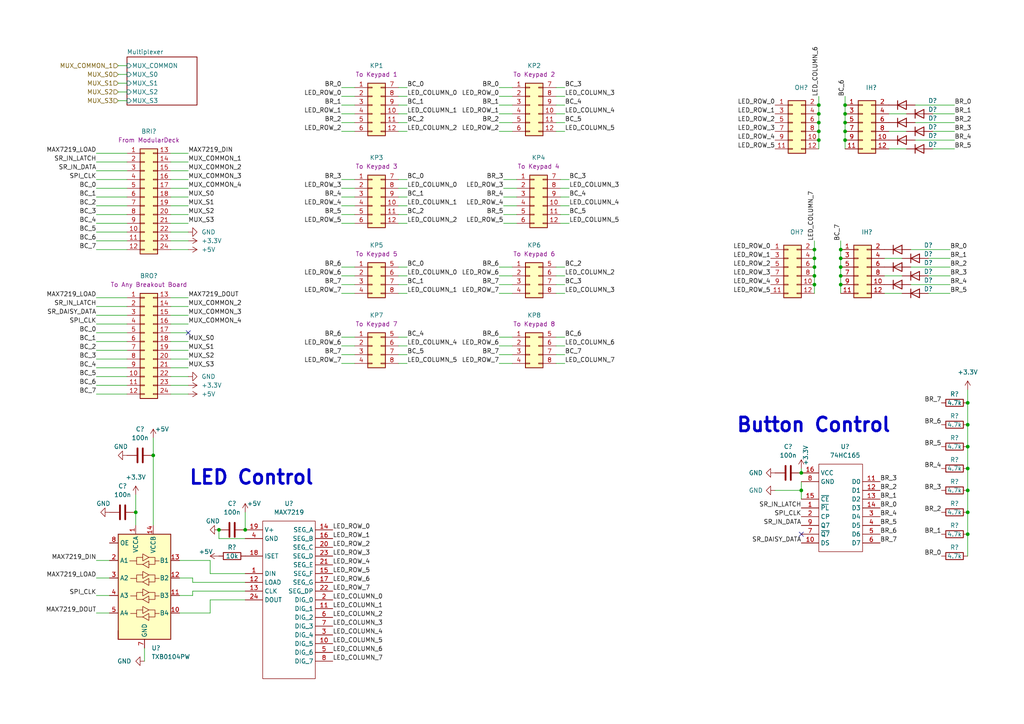
<source format=kicad_sch>
(kicad_sch (version 20211123) (generator eeschema)
  (paper "A4")
  (lib_symbols
    (symbol "Connector_Generic:Conn_02x04_Top_Bottom" (pin_names (offset 1.016) hide)
      (property "Reference" "J" (at 1.27 5.08 0))
      (property "Value" "Conn_02x04_Top_Bottom" (at 1.27 -7.62 0))
      (symbol "Conn_02x04_Top_Bottom_1_1"
        (rectangle (start -1.27 -4.953) (end 0 -5.207) (stroke (width 0.1524)))
        (rectangle (start -1.27 -2.413) (end 0 -2.667) (stroke (width 0.1524)))
        (rectangle (start -1.27 0.127) (end 0 -0.127) (stroke (width 0.1524)))
        (rectangle (start -1.27 2.667) (end 0 2.413) (stroke (width 0.1524)))
        (rectangle (start -1.27 3.81) (end 3.81 -6.35) (stroke (width 0.254)) (fill (type background)))
        (rectangle (start 3.81 -4.953) (end 2.54 -5.207) (stroke (width 0.1524)))
        (rectangle (start 3.81 -2.413) (end 2.54 -2.667) (stroke (width 0.1524)))
        (rectangle (start 3.81 0.127) (end 2.54 -0.127) (stroke (width 0.1524)))
        (rectangle (start 3.81 2.667) (end 2.54 2.413) (stroke (width 0.1524)))
        (pin passive line (at -5.08 2.54 0) (length 3.81) (name "Pin_1") (number "1"))
        (pin passive line (at -5.08 0 0) (length 3.81) (name "Pin_2") (number "2"))
        (pin passive line (at -5.08 -2.54 0) (length 3.81) (name "Pin_3") (number "3"))
        (pin passive line (at -5.08 -5.08 0) (length 3.81) (name "Pin_4") (number "4"))
        (pin passive line (at 7.62 2.54 180) (length 3.81) (name "Pin_5") (number "5"))
        (pin passive line (at 7.62 0 180) (length 3.81) (name "Pin_6") (number "6"))
        (pin passive line (at 7.62 -2.54 180) (length 3.81) (name "Pin_7") (number "7"))
        (pin passive line (at 7.62 -5.08 180) (length 3.81) (name "Pin_8") (number "8"))
      )
    )
    (symbol "Connector_Generic:Conn_02x06_Odd_Even" (pin_names (offset 1.016) hide)
      (property "Reference" "J" (at 1.27 7.62 0))
      (property "Value" "Conn_02x06_Odd_Even" (at 1.27 -10.16 0))
      (symbol "Conn_02x06_Odd_Even_1_1"
        (rectangle (start -1.27 -7.493) (end 0 -7.747) (stroke (width 0.1524)))
        (rectangle (start -1.27 -4.953) (end 0 -5.207) (stroke (width 0.1524)))
        (rectangle (start -1.27 -2.413) (end 0 -2.667) (stroke (width 0.1524)))
        (rectangle (start -1.27 0.127) (end 0 -0.127) (stroke (width 0.1524)))
        (rectangle (start -1.27 2.667) (end 0 2.413) (stroke (width 0.1524)))
        (rectangle (start -1.27 5.207) (end 0 4.953) (stroke (width 0.1524)))
        (rectangle (start -1.27 6.35) (end 3.81 -8.89) (stroke (width 0.254)) (fill (type background)))
        (rectangle (start 3.81 -7.493) (end 2.54 -7.747) (stroke (width 0.1524)))
        (rectangle (start 3.81 -4.953) (end 2.54 -5.207) (stroke (width 0.1524)))
        (rectangle (start 3.81 -2.413) (end 2.54 -2.667) (stroke (width 0.1524)))
        (rectangle (start 3.81 0.127) (end 2.54 -0.127) (stroke (width 0.1524)))
        (rectangle (start 3.81 2.667) (end 2.54 2.413) (stroke (width 0.1524)))
        (rectangle (start 3.81 5.207) (end 2.54 4.953) (stroke (width 0.1524)))
        (pin passive line (at -5.08 5.08 0) (length 3.81) (name "Pin_1") (number "1"))
        (pin passive line (at 7.62 -5.08 180) (length 3.81) (name "Pin_10") (number "10"))
        (pin passive line (at -5.08 -7.62 0) (length 3.81) (name "Pin_11") (number "11"))
        (pin passive line (at 7.62 -7.62 180) (length 3.81) (name "Pin_12") (number "12"))
        (pin passive line (at 7.62 5.08 180) (length 3.81) (name "Pin_2") (number "2"))
        (pin passive line (at -5.08 2.54 0) (length 3.81) (name "Pin_3") (number "3"))
        (pin passive line (at 7.62 2.54 180) (length 3.81) (name "Pin_4") (number "4"))
        (pin passive line (at -5.08 0 0) (length 3.81) (name "Pin_5") (number "5"))
        (pin passive line (at 7.62 0 180) (length 3.81) (name "Pin_6") (number "6"))
        (pin passive line (at -5.08 -2.54 0) (length 3.81) (name "Pin_7") (number "7"))
        (pin passive line (at 7.62 -2.54 180) (length 3.81) (name "Pin_8") (number "8"))
        (pin passive line (at -5.08 -5.08 0) (length 3.81) (name "Pin_9") (number "9"))
      )
    )
    (symbol "Connector_Generic:Conn_02x06_Top_Bottom" (pin_names (offset 1.016) hide)
      (property "Reference" "J" (at 1.27 7.62 0))
      (property "Value" "Conn_02x06_Top_Bottom" (at 1.27 -10.16 0))
      (symbol "Conn_02x06_Top_Bottom_1_1"
        (rectangle (start -1.27 -7.493) (end 0 -7.747) (stroke (width 0.1524)))
        (rectangle (start -1.27 -4.953) (end 0 -5.207) (stroke (width 0.1524)))
        (rectangle (start -1.27 -2.413) (end 0 -2.667) (stroke (width 0.1524)))
        (rectangle (start -1.27 0.127) (end 0 -0.127) (stroke (width 0.1524)))
        (rectangle (start -1.27 2.667) (end 0 2.413) (stroke (width 0.1524)))
        (rectangle (start -1.27 5.207) (end 0 4.953) (stroke (width 0.1524)))
        (rectangle (start -1.27 6.35) (end 3.81 -8.89) (stroke (width 0.254)) (fill (type background)))
        (rectangle (start 3.81 -7.493) (end 2.54 -7.747) (stroke (width 0.1524)))
        (rectangle (start 3.81 -4.953) (end 2.54 -5.207) (stroke (width 0.1524)))
        (rectangle (start 3.81 -2.413) (end 2.54 -2.667) (stroke (width 0.1524)))
        (rectangle (start 3.81 0.127) (end 2.54 -0.127) (stroke (width 0.1524)))
        (rectangle (start 3.81 2.667) (end 2.54 2.413) (stroke (width 0.1524)))
        (rectangle (start 3.81 5.207) (end 2.54 4.953) (stroke (width 0.1524)))
        (pin passive line (at -5.08 5.08 0) (length 3.81) (name "Pin_1") (number "1"))
        (pin passive line (at 7.62 -2.54 180) (length 3.81) (name "Pin_10") (number "10"))
        (pin passive line (at 7.62 -5.08 180) (length 3.81) (name "Pin_11") (number "11"))
        (pin passive line (at 7.62 -7.62 180) (length 3.81) (name "Pin_12") (number "12"))
        (pin passive line (at -5.08 2.54 0) (length 3.81) (name "Pin_2") (number "2"))
        (pin passive line (at -5.08 0 0) (length 3.81) (name "Pin_3") (number "3"))
        (pin passive line (at -5.08 -2.54 0) (length 3.81) (name "Pin_4") (number "4"))
        (pin passive line (at -5.08 -5.08 0) (length 3.81) (name "Pin_5") (number "5"))
        (pin passive line (at -5.08 -7.62 0) (length 3.81) (name "Pin_6") (number "6"))
        (pin passive line (at 7.62 5.08 180) (length 3.81) (name "Pin_7") (number "7"))
        (pin passive line (at 7.62 2.54 180) (length 3.81) (name "Pin_8") (number "8"))
        (pin passive line (at 7.62 0 180) (length 3.81) (name "Pin_9") (number "9"))
      )
    )
    (symbol "Connector_Generic:Conn_02x12_Top_Bottom" (pin_names (offset 1.016) hide)
      (property "Reference" "J" (at 1.27 15.24 0))
      (property "Value" "Conn_02x12_Top_Bottom" (at 1.27 -17.78 0))
      (symbol "Conn_02x12_Top_Bottom_1_1"
        (rectangle (start -1.27 -15.113) (end 0 -15.367) (stroke (width 0.1524)))
        (rectangle (start -1.27 -12.573) (end 0 -12.827) (stroke (width 0.1524)))
        (rectangle (start -1.27 -10.033) (end 0 -10.287) (stroke (width 0.1524)))
        (rectangle (start -1.27 -7.493) (end 0 -7.747) (stroke (width 0.1524)))
        (rectangle (start -1.27 -4.953) (end 0 -5.207) (stroke (width 0.1524)))
        (rectangle (start -1.27 -2.413) (end 0 -2.667) (stroke (width 0.1524)))
        (rectangle (start -1.27 0.127) (end 0 -0.127) (stroke (width 0.1524)))
        (rectangle (start -1.27 2.667) (end 0 2.413) (stroke (width 0.1524)))
        (rectangle (start -1.27 5.207) (end 0 4.953) (stroke (width 0.1524)))
        (rectangle (start -1.27 7.747) (end 0 7.493) (stroke (width 0.1524)))
        (rectangle (start -1.27 10.287) (end 0 10.033) (stroke (width 0.1524)))
        (rectangle (start -1.27 12.827) (end 0 12.573) (stroke (width 0.1524)))
        (rectangle (start -1.27 13.97) (end 3.81 -16.51) (stroke (width 0.254)) (fill (type background)))
        (rectangle (start 3.81 -15.113) (end 2.54 -15.367) (stroke (width 0.1524)))
        (rectangle (start 3.81 -12.573) (end 2.54 -12.827) (stroke (width 0.1524)))
        (rectangle (start 3.81 -10.033) (end 2.54 -10.287) (stroke (width 0.1524)))
        (rectangle (start 3.81 -7.493) (end 2.54 -7.747) (stroke (width 0.1524)))
        (rectangle (start 3.81 -4.953) (end 2.54 -5.207) (stroke (width 0.1524)))
        (rectangle (start 3.81 -2.413) (end 2.54 -2.667) (stroke (width 0.1524)))
        (rectangle (start 3.81 0.127) (end 2.54 -0.127) (stroke (width 0.1524)))
        (rectangle (start 3.81 2.667) (end 2.54 2.413) (stroke (width 0.1524)))
        (rectangle (start 3.81 5.207) (end 2.54 4.953) (stroke (width 0.1524)))
        (rectangle (start 3.81 7.747) (end 2.54 7.493) (stroke (width 0.1524)))
        (rectangle (start 3.81 10.287) (end 2.54 10.033) (stroke (width 0.1524)))
        (rectangle (start 3.81 12.827) (end 2.54 12.573) (stroke (width 0.1524)))
        (pin passive line (at -5.08 12.7 0) (length 3.81) (name "Pin_1") (number "1"))
        (pin passive line (at -5.08 -10.16 0) (length 3.81) (name "Pin_10") (number "10"))
        (pin passive line (at -5.08 -12.7 0) (length 3.81) (name "Pin_11") (number "11"))
        (pin passive line (at -5.08 -15.24 0) (length 3.81) (name "Pin_12") (number "12"))
        (pin passive line (at 7.62 12.7 180) (length 3.81) (name "Pin_13") (number "13"))
        (pin passive line (at 7.62 10.16 180) (length 3.81) (name "Pin_14") (number "14"))
        (pin passive line (at 7.62 7.62 180) (length 3.81) (name "Pin_15") (number "15"))
        (pin passive line (at 7.62 5.08 180) (length 3.81) (name "Pin_16") (number "16"))
        (pin passive line (at 7.62 2.54 180) (length 3.81) (name "Pin_17") (number "17"))
        (pin passive line (at 7.62 0 180) (length 3.81) (name "Pin_18") (number "18"))
        (pin passive line (at 7.62 -2.54 180) (length 3.81) (name "Pin_19") (number "19"))
        (pin passive line (at -5.08 10.16 0) (length 3.81) (name "Pin_2") (number "2"))
        (pin passive line (at 7.62 -5.08 180) (length 3.81) (name "Pin_20") (number "20"))
        (pin passive line (at 7.62 -7.62 180) (length 3.81) (name "Pin_21") (number "21"))
        (pin passive line (at 7.62 -10.16 180) (length 3.81) (name "Pin_22") (number "22"))
        (pin passive line (at 7.62 -12.7 180) (length 3.81) (name "Pin_23") (number "23"))
        (pin passive line (at 7.62 -15.24 180) (length 3.81) (name "Pin_24") (number "24"))
        (pin passive line (at -5.08 7.62 0) (length 3.81) (name "Pin_3") (number "3"))
        (pin passive line (at -5.08 5.08 0) (length 3.81) (name "Pin_4") (number "4"))
        (pin passive line (at -5.08 2.54 0) (length 3.81) (name "Pin_5") (number "5"))
        (pin passive line (at -5.08 0 0) (length 3.81) (name "Pin_6") (number "6"))
        (pin passive line (at -5.08 -2.54 0) (length 3.81) (name "Pin_7") (number "7"))
        (pin passive line (at -5.08 -5.08 0) (length 3.81) (name "Pin_8") (number "8"))
        (pin passive line (at -5.08 -7.62 0) (length 3.81) (name "Pin_9") (number "9"))
      )
    )
    (symbol "Device:C" (pin_numbers hide) (pin_names (offset 0.254))
      (property "Reference" "C" (at 0.635 2.54 0))
      (property "Value" "C" (at 0.635 -2.54 0))
      (symbol "C_0_1"
        (polyline (pts (xy -2.032 -0.762) (xy 2.032 -0.762)) (stroke (width 0.508)))
        (polyline (pts (xy -2.032 0.762) (xy 2.032 0.762)) (stroke (width 0.508)))
      )
      (symbol "C_1_1"
        (pin passive line (at 0 3.81 270) (length 2.794) (name "~") (number "1"))
        (pin passive line (at 0 -3.81 90) (length 2.794) (name "~") (number "2"))
      )
    )
    (symbol "Device:R" (pin_numbers hide) (pin_names (offset 0))
      (property "Reference" "R" (at 2.032 0 90))
      (property "Value" "R" (at 0 0 90))
      (symbol "R_0_1"
        (rectangle (start -1.016 -2.54) (end 1.016 2.54) (stroke (width 0.254)))
      )
      (symbol "R_1_1"
        (pin passive line (at 0 3.81 270) (length 1.27) (name "~") (number "1"))
        (pin passive line (at 0 -3.81 90) (length 1.27) (name "~") (number "2"))
      )
    )
    (symbol "Diode:1N4148WT" (pin_numbers hide) (pin_names (offset 1.016) hide)
      (property "Reference" "D" (at 0 2.54 0))
      (property "Value" "1N4148WT" (at 0 -2.54 0))
      (symbol "1N4148WT_0_1"
        (polyline (pts (xy -1.27 1.27) (xy -1.27 -1.27)) (stroke (width 0.254)))
        (polyline (pts (xy 1.27 0) (xy -1.27 0)))
        (polyline (pts (xy 1.27 1.27) (xy 1.27 -1.27) (xy -1.27 0) (xy 1.27 1.27)) (stroke (width 0.254)))
      )
      (symbol "1N4148WT_1_1"
        (pin passive line (at -3.81 0 0) (length 2.54) (name "K") (number "1"))
        (pin passive line (at 3.81 0 180) (length 2.54) (name "A") (number "2"))
      )
    )
    (symbol "Logic_LevelTranslator:TXB0104PW"
      (property "Reference" "U" (at -6.35 16.51 0))
      (property "Value" "TXB0104PW" (at 3.81 16.51 0))
      (symbol "TXB0104PW_0_1"
        (rectangle (start -7.62 -15.24) (end -7.62 -12.7) (stroke (width 0.254)))
        (rectangle (start -7.62 15.24) (end 7.62 -15.24) (stroke (width 0.254)) (fill (type background)))
        (polyline (pts (xy -2.286 -7.747) (xy -2.286 -6.731) (xy -0.508 -6.731)))
        (polyline (pts (xy -2.286 -2.667) (xy -2.286 -1.651) (xy -0.508 -1.651)))
        (polyline (pts (xy -2.286 2.413) (xy -2.286 3.429) (xy -0.508 3.429)))
        (polyline (pts (xy -2.286 7.493) (xy -2.286 8.509) (xy -0.508 8.509)))
        (polyline (pts (xy 3.048 -7.747) (xy 3.048 -8.763) (xy 1.27 -8.763)))
        (polyline (pts (xy 3.048 -2.667) (xy 3.048 -3.683) (xy 1.27 -3.683)))
        (polyline (pts (xy 3.048 2.413) (xy 3.048 1.397) (xy 1.27 1.397)))
        (polyline (pts (xy 3.048 7.493) (xy 3.048 6.477) (xy 1.27 6.477)))
        (polyline (pts (xy -0.508 -8.763) (xy -2.286 -8.763) (xy -2.286 -7.747) (xy -4.064 -7.747)))
        (polyline (pts (xy -0.508 -8.763) (xy 1.27 -7.747) (xy 1.27 -9.779) (xy -0.508 -8.763)))
        (polyline (pts (xy -0.508 -3.683) (xy -2.286 -3.683) (xy -2.286 -2.667) (xy -4.064 -2.667)))
        (polyline (pts (xy -0.508 -3.683) (xy 1.27 -2.667) (xy 1.27 -4.699) (xy -0.508 -3.683)))
        (polyline (pts (xy -0.508 1.397) (xy -2.286 1.397) (xy -2.286 2.413) (xy -4.064 2.413)))
        (polyline (pts (xy -0.508 1.397) (xy 1.27 2.413) (xy 1.27 0.381) (xy -0.508 1.397)))
        (polyline (pts (xy -0.508 6.477) (xy -2.286 6.477) (xy -2.286 7.493) (xy -4.318 7.493)))
        (polyline (pts (xy -0.508 6.477) (xy 1.27 7.493) (xy 1.27 5.461) (xy -0.508 6.477)))
        (polyline (pts (xy 1.27 -6.731) (xy -0.508 -7.747) (xy -0.508 -5.715) (xy 1.27 -6.731)))
        (polyline (pts (xy 1.27 -6.731) (xy 3.048 -6.731) (xy 3.048 -7.747) (xy 4.318 -7.747)))
        (polyline (pts (xy 1.27 -1.651) (xy -0.508 -2.667) (xy -0.508 -0.635) (xy 1.27 -1.651)))
        (polyline (pts (xy 1.27 -1.651) (xy 3.048 -1.651) (xy 3.048 -2.667) (xy 4.318 -2.667)))
        (polyline (pts (xy 1.27 3.429) (xy -0.508 2.413) (xy -0.508 4.445) (xy 1.27 3.429)))
        (polyline (pts (xy 1.27 3.429) (xy 3.048 3.429) (xy 3.048 2.413) (xy 4.318 2.413)))
        (polyline (pts (xy 1.27 8.509) (xy -0.508 7.493) (xy -0.508 9.525) (xy 1.27 8.509)))
        (polyline (pts (xy 1.27 8.509) (xy 3.048 8.509) (xy 3.048 7.493) (xy 4.318 7.493)))
      )
      (symbol "TXB0104PW_1_1"
        (pin power_in line (at -2.54 17.78 270) (length 2.54) (name "VCCA") (number "1"))
        (pin bidirectional line (at 10.16 -7.62 180) (length 2.54) (name "B4") (number "10"))
        (pin bidirectional line (at 10.16 -2.54 180) (length 2.54) (name "B3") (number "11"))
        (pin bidirectional line (at 10.16 2.54 180) (length 2.54) (name "B2") (number "12"))
        (pin bidirectional line (at 10.16 7.62 180) (length 2.54) (name "B1") (number "13"))
        (pin power_in line (at 2.54 17.78 270) (length 2.54) (name "VCCB") (number "14"))
        (pin bidirectional line (at -10.16 7.62 0) (length 2.54) (name "A1") (number "2"))
        (pin bidirectional line (at -10.16 2.54 0) (length 2.54) (name "A2") (number "3"))
        (pin bidirectional line (at -10.16 -2.54 0) (length 2.54) (name "A3") (number "4"))
        (pin bidirectional line (at -10.16 -7.62 0) (length 2.54) (name "A4") (number "5"))
        (pin no_connect line (at -10.16 -12.7 0) (length 2.54) hide (name "NC") (number "6"))
        (pin power_in line (at 0 -17.78 90) (length 2.54) (name "GND") (number "7"))
        (pin input line (at -10.16 12.7 0) (length 2.54) (name "OE") (number "8"))
        (pin no_connect line (at 10.16 -12.7 180) (length 2.54) hide (name "NC") (number "9"))
      )
    )
    (symbol "igor_lib:74HC165"
      (property "Reference" "U?" (at 6.35 29.21 0))
      (property "Value" "74HC165" (at 6.35 26.67 0))
      (symbol "74HC165_1_0"
        (pin input line (at -5.08 12.7 0) (length 5.08) (name "~{PL}") (number "1"))
        (pin input line (at -5.08 2.54 0) (length 5.08) (name "DS") (number "10"))
        (pin input line (at 17.78 20.32 180) (length 5.08) (name "D0") (number "11"))
        (pin input line (at 17.78 17.78 180) (length 5.08) (name "D1") (number "12"))
        (pin input line (at 17.78 15.24 180) (length 5.08) (name "D2") (number "13"))
        (pin input line (at 17.78 12.7 180) (length 5.08) (name "D3") (number "14"))
        (pin input line (at -5.08 15.24 0) (length 5.08) (name "~{CE}") (number "15"))
        (pin power_in line (at -5.08 22.86 0) (length 5.08) (name "VCC") (number "16"))
        (pin input line (at -5.08 10.16 0) (length 5.08) (name "CP") (number "2"))
        (pin input line (at 17.78 10.16 180) (length 5.08) (name "D4") (number "3"))
        (pin input line (at 17.78 7.62 180) (length 5.08) (name "D5") (number "4"))
        (pin input line (at 17.78 5.08 180) (length 5.08) (name "D6") (number "5"))
        (pin input line (at 17.78 2.54 180) (length 5.08) (name "D7") (number "6"))
        (pin output line (at -5.08 5.08 0) (length 5.08) (name "~{Q7}") (number "7"))
        (pin power_in line (at -5.08 20.32 0) (length 5.08) (name "GND") (number "8"))
        (pin output line (at -5.08 7.62 0) (length 5.08) (name "Q7") (number "9"))
      )
      (symbol "74HC165_1_1"
        (rectangle (start 0 25.4) (end 12.7 0))
      )
    )
    (symbol "igor_lib:MAX7219"
      (property "Reference" "U?" (at 7.62 49.53 0))
      (property "Value" "MAX7219" (at 7.62 46.99 0))
      (symbol "MAX7219_0_1"
        (rectangle (start 0 45.72) (end 15.24 0))
      )
      (symbol "MAX7219_1_1"
        (pin input line (at -5.08 30.48 0) (length 5.08) (name "DIN") (number "1"))
        (pin output line (at 20.32 10.16 180) (length 5.08) (name "DIG_5") (number "10"))
        (pin output line (at 20.32 20.32 180) (length 5.08) (name "DIG_1") (number "11"))
        (pin input line (at -5.08 27.94 0) (length 5.08) (name "LOAD") (number "12"))
        (pin input line (at -5.08 25.4 0) (length 5.08) (name "CLK") (number "13"))
        (pin output line (at 20.32 43.18 180) (length 5.08) (name "SEG_A") (number "14"))
        (pin output line (at 20.32 30.48 180) (length 5.08) (name "SEG_F") (number "15"))
        (pin output line (at 20.32 40.64 180) (length 5.08) (name "SEG_B") (number "16"))
        (pin output line (at 20.32 27.94 180) (length 5.08) (name "SEG_G") (number "17"))
        (pin input line (at -5.08 35.56 0) (length 5.08) (name "ISET") (number "18"))
        (pin power_in line (at -5.08 43.18 0) (length 5.08) (name "V+") (number "19"))
        (pin output line (at 20.32 22.86 180) (length 5.08) (name "DIG_0") (number "2"))
        (pin output line (at 20.32 38.1 180) (length 5.08) (name "SEG_C") (number "20"))
        (pin output line (at 20.32 33.02 180) (length 5.08) (name "SEG_E") (number "21"))
        (pin output line (at 20.32 25.4 180) (length 5.08) (name "SEG_DP") (number "22"))
        (pin output line (at 20.32 35.56 180) (length 5.08) (name "SEG_D") (number "23"))
        (pin output line (at -5.08 22.86 0) (length 5.08) (name "DOUT") (number "24"))
        (pin output line (at 20.32 12.7 180) (length 5.08) (name "DIG_4") (number "3"))
        (pin power_in line (at -5.08 40.64 0) (length 5.08) (name "GND") (number "4"))
        (pin output line (at 20.32 7.62 180) (length 5.08) (name "DIG_6") (number "5"))
        (pin output line (at 20.32 17.78 180) (length 5.08) (name "DIG_2") (number "6"))
        (pin output line (at 20.32 15.24 180) (length 5.08) (name "DIG_3") (number "7"))
        (pin output line (at 20.32 5.08 180) (length 5.08) (name "DIG_7") (number "8"))
        (pin passive line (at -5.08 40.64 0) (length 5.08) hide (name "GND") (number "9"))
      )
    )
    (symbol "power:+3.3V" (power) (pin_names (offset 0))
      (property "Value" "+3.3V" (at 0 3.556 0))
      (symbol "+3.3V_0_1"
        (polyline (pts (xy -0.762 1.27) (xy 0 2.54)))
        (polyline (pts (xy 0 0) (xy 0 2.54)))
        (polyline (pts (xy 0 2.54) (xy 0.762 1.27)))
      )
      (symbol "+3.3V_1_1"
        (pin power_in line (at 0 0 90) (length 0) hide (name "+3.3V") (number "1"))
      )
    )
    (symbol "power:+5V" (power) (pin_names (offset 0))
      (property "Value" "+5V" (at 0 3.556 0))
      (symbol "+5V_0_1"
        (polyline (pts (xy -0.762 1.27) (xy 0 2.54)))
        (polyline (pts (xy 0 0) (xy 0 2.54)))
        (polyline (pts (xy 0 2.54) (xy 0.762 1.27)))
      )
      (symbol "+5V_1_1"
        (pin power_in line (at 0 0 90) (length 0) hide (name "+5V") (number "1"))
      )
    )
    (symbol "power:GND" (power) (pin_names (offset 0))
      (property "Value" "GND" (at 0 -3.81 0))
      (symbol "GND_0_1"
        (polyline (pts (xy 0 0) (xy 0 -1.27) (xy 1.27 -1.27) (xy 0 -2.54) (xy -1.27 -1.27) (xy 0 -1.27)))
      )
      (symbol "GND_1_1"
        (pin power_in line (at 0 0 270) (length 0) hide (name "GND") (number "1"))
      )
    )
  )
  (junction (at 280.67 135.89))
  (junction (at 232.41 142.24))
  (junction (at 232.41 137.16))
  (junction (at 280.67 116.84))
  (junction (at 280.67 154.94))
  (junction (at 243.84 72.39))
  (junction (at 245.11 35.56))
  (junction (at 237.49 33.02))
  (junction (at 280.67 142.24))
  (junction (at 243.84 82.55))
  (junction (at 236.22 74.93))
  (junction (at 237.49 38.1))
  (junction (at 245.11 40.64))
  (junction (at 237.49 35.56))
  (junction (at 243.84 80.01))
  (junction (at 236.22 80.01))
  (junction (at 280.67 129.54))
  (junction (at 243.84 74.93))
  (junction (at 236.22 72.39))
  (junction (at 245.11 30.48))
  (junction (at 236.22 82.55))
  (junction (at 243.84 77.47))
  (junction (at 280.67 148.59))
  (junction (at 71.12 153.67))
  (junction (at 280.67 123.19))
  (junction (at 245.11 38.1))
  (junction (at 39.37 148.59))
  (junction (at 245.11 33.02))
  (junction (at 237.49 30.48))
  (junction (at 63.5 153.67))
  (junction (at 44.45 132.08))
  (junction (at 236.22 77.47))
  (junction (at 237.49 40.64))
  (no_connect (at 232.41 154.94))
  (no_connect (at 54.61 96.52))
  (wire (pts (xy 99.06 35.56) (xy 102.87 35.56)))
  (wire (pts (xy 55.88 171.45) (xy 55.88 172.72)))
  (wire (pts (xy 261.62 80.01) (xy 256.54 80.01)))
  (wire (pts (xy 49.53 54.61) (xy 54.61 54.61)))
  (wire (pts (xy 115.57 27.94) (xy 118.11 27.94)))
  (wire (pts (xy 280.67 129.54) (xy 280.67 135.89)))
  (wire (pts (xy 27.94 46.99) (xy 36.83 46.99)))
  (wire (pts (xy 115.57 57.15) (xy 118.11 57.15)))
  (wire (pts (xy 144.78 33.02) (xy 148.59 33.02)))
  (wire (pts (xy 280.67 135.89) (xy 280.67 142.24)))
  (wire (pts (xy 146.05 59.69) (xy 149.86 59.69)))
  (wire (pts (xy 144.78 85.09) (xy 148.59 85.09)))
  (wire (pts (xy 243.84 74.93) (xy 243.84 77.47)))
  (wire (pts (xy 245.11 33.02) (xy 245.11 35.56)))
  (wire (pts (xy 269.24 80.01) (xy 275.59 80.01)))
  (wire (pts (xy 49.53 91.44) (xy 54.61 91.44)))
  (wire (pts (xy 71.12 156.21) (xy 63.5 156.21)))
  (wire (pts (xy 115.57 82.55) (xy 118.11 82.55)))
  (wire (pts (xy 99.06 85.09) (xy 102.87 85.09)))
  (wire (pts (xy 27.94 106.68) (xy 36.83 106.68)))
  (wire (pts (xy 55.88 168.91) (xy 71.12 168.91)))
  (wire (pts (xy 44.45 132.08) (xy 44.45 152.4)))
  (wire (pts (xy 49.53 111.76) (xy 54.61 111.76)))
  (wire (pts (xy 144.78 97.79) (xy 148.59 97.79)))
  (wire (pts (xy 27.94 91.44) (xy 36.83 91.44)))
  (wire (pts (xy 161.29 102.87) (xy 163.83 102.87)))
  (wire (pts (xy 49.53 57.15) (xy 54.61 57.15)))
  (wire (pts (xy 144.78 77.47) (xy 148.59 77.47)))
  (wire (pts (xy 232.41 142.24) (xy 232.41 144.78)))
  (wire (pts (xy 161.29 27.94) (xy 163.83 27.94)))
  (wire (pts (xy 162.56 52.07) (xy 165.1 52.07)))
  (wire (pts (xy 49.53 44.45) (xy 54.61 44.45)))
  (wire (pts (xy 49.53 69.85) (xy 54.61 69.85)))
  (wire (pts (xy 146.05 57.15) (xy 149.86 57.15)))
  (wire (pts (xy 161.29 105.41) (xy 163.83 105.41)))
  (wire (pts (xy 243.84 72.39) (xy 243.84 74.93)))
  (wire (pts (xy 27.94 54.61) (xy 36.83 54.61)))
  (wire (pts (xy 36.83 24.13) (xy 34.29 24.13)))
  (wire (pts (xy 236.22 80.01) (xy 236.22 82.55)))
  (wire (pts (xy 264.16 77.47) (xy 275.59 77.47)))
  (wire (pts (xy 55.88 167.64) (xy 52.07 167.64)))
  (wire (pts (xy 27.94 93.98) (xy 36.83 93.98)))
  (wire (pts (xy 63.5 156.21) (xy 63.5 153.67)))
  (wire (pts (xy 162.56 62.23) (xy 165.1 62.23)))
  (wire (pts (xy 27.94 72.39) (xy 36.83 72.39)))
  (wire (pts (xy 162.56 59.69) (xy 165.1 59.69)))
  (wire (pts (xy 270.51 43.18) (xy 276.86 43.18)))
  (wire (pts (xy 245.11 40.64) (xy 245.11 43.18)))
  (wire (pts (xy 144.78 80.01) (xy 148.59 80.01)))
  (wire (pts (xy 27.94 101.6) (xy 36.83 101.6)))
  (wire (pts (xy 236.22 72.39) (xy 236.22 74.93)))
  (wire (pts (xy 115.57 62.23) (xy 118.11 62.23)))
  (wire (pts (xy 144.78 38.1) (xy 148.59 38.1)))
  (wire (pts (xy 99.06 62.23) (xy 102.87 62.23)))
  (wire (pts (xy 36.83 29.21) (xy 34.29 29.21)))
  (wire (pts (xy 55.88 168.91) (xy 55.88 167.64)))
  (wire (pts (xy 27.94 114.3) (xy 36.83 114.3)))
  (wire (pts (xy 60.96 177.8) (xy 52.07 177.8)))
  (wire (pts (xy 144.78 27.94) (xy 148.59 27.94)))
  (wire (pts (xy 264.16 72.39) (xy 275.59 72.39)))
  (wire (pts (xy 261.62 85.09) (xy 256.54 85.09)))
  (wire (pts (xy 280.67 148.59) (xy 280.67 154.94)))
  (wire (pts (xy 99.06 30.48) (xy 102.87 30.48)))
  (wire (pts (xy 99.06 64.77) (xy 102.87 64.77)))
  (wire (pts (xy 237.49 27.94) (xy 237.49 30.48)))
  (wire (pts (xy 161.29 100.33) (xy 163.83 100.33)))
  (wire (pts (xy 115.57 64.77) (xy 118.11 64.77)))
  (wire (pts (xy 27.94 86.36) (xy 36.83 86.36)))
  (wire (pts (xy 162.56 57.15) (xy 165.1 57.15)))
  (wire (pts (xy 41.91 187.96) (xy 41.91 191.77)))
  (wire (pts (xy 161.29 97.79) (xy 163.83 97.79)))
  (wire (pts (xy 49.53 109.22) (xy 54.61 109.22)))
  (wire (pts (xy 232.41 135.89) (xy 232.41 137.16)))
  (wire (pts (xy 99.06 97.79) (xy 102.87 97.79)))
  (wire (pts (xy 144.78 35.56) (xy 148.59 35.56)))
  (wire (pts (xy 36.83 21.59) (xy 34.29 21.59)))
  (wire (pts (xy 245.11 35.56) (xy 245.11 38.1)))
  (wire (pts (xy 161.29 85.09) (xy 163.83 85.09)))
  (wire (pts (xy 99.06 59.69) (xy 102.87 59.69)))
  (wire (pts (xy 262.89 33.02) (xy 257.81 33.02)))
  (wire (pts (xy 27.94 109.22) (xy 36.83 109.22)))
  (wire (pts (xy 27.94 69.85) (xy 36.83 69.85)))
  (wire (pts (xy 243.84 82.55) (xy 243.84 85.09)))
  (wire (pts (xy 27.94 67.31) (xy 36.83 67.31)))
  (wire (pts (xy 71.12 148.59) (xy 71.12 153.67)))
  (wire (pts (xy 161.29 38.1) (xy 163.83 38.1)))
  (wire (pts (xy 60.96 162.56) (xy 52.07 162.56)))
  (wire (pts (xy 99.06 27.94) (xy 102.87 27.94)))
  (wire (pts (xy 27.94 177.8) (xy 31.75 177.8)))
  (wire (pts (xy 27.94 167.64) (xy 31.75 167.64)))
  (wire (pts (xy 49.53 49.53) (xy 54.61 49.53)))
  (wire (pts (xy 49.53 67.31) (xy 54.61 67.31)))
  (wire (pts (xy 27.94 96.52) (xy 36.83 96.52)))
  (wire (pts (xy 99.06 100.33) (xy 102.87 100.33)))
  (wire (pts (xy 115.57 30.48) (xy 118.11 30.48)))
  (wire (pts (xy 115.57 25.4) (xy 118.11 25.4)))
  (wire (pts (xy 224.79 142.24) (xy 232.41 142.24)))
  (wire (pts (xy 27.94 49.53) (xy 36.83 49.53)))
  (wire (pts (xy 269.24 85.09) (xy 275.59 85.09)))
  (wire (pts (xy 262.89 38.1) (xy 257.81 38.1)))
  (wire (pts (xy 115.57 105.41) (xy 118.11 105.41)))
  (wire (pts (xy 161.29 33.02) (xy 163.83 33.02)))
  (wire (pts (xy 99.06 38.1) (xy 102.87 38.1)))
  (wire (pts (xy 99.06 82.55) (xy 102.87 82.55)))
  (wire (pts (xy 27.94 104.14) (xy 36.83 104.14)))
  (wire (pts (xy 162.56 64.77) (xy 165.1 64.77)))
  (wire (pts (xy 265.43 30.48) (xy 276.86 30.48)))
  (wire (pts (xy 243.84 77.47) (xy 243.84 80.01)))
  (wire (pts (xy 245.11 38.1) (xy 245.11 40.64)))
  (wire (pts (xy 60.96 166.37) (xy 60.96 162.56)))
  (wire (pts (xy 49.53 88.9) (xy 54.61 88.9)))
  (wire (pts (xy 55.88 172.72) (xy 52.07 172.72)))
  (wire (pts (xy 115.57 80.01) (xy 118.11 80.01)))
  (wire (pts (xy 161.29 35.56) (xy 163.83 35.56)))
  (wire (pts (xy 99.06 80.01) (xy 102.87 80.01)))
  (wire (pts (xy 44.45 127) (xy 44.45 132.08)))
  (wire (pts (xy 236.22 69.85) (xy 236.22 72.39)))
  (wire (pts (xy 264.16 82.55) (xy 275.59 82.55)))
  (wire (pts (xy 144.78 100.33) (xy 148.59 100.33)))
  (wire (pts (xy 49.53 93.98) (xy 54.61 93.98)))
  (wire (pts (xy 236.22 77.47) (xy 236.22 80.01)))
  (wire (pts (xy 161.29 82.55) (xy 163.83 82.55)))
  (wire (pts (xy 265.43 35.56) (xy 276.86 35.56)))
  (wire (pts (xy 270.51 38.1) (xy 276.86 38.1)))
  (wire (pts (xy 36.83 26.67) (xy 34.29 26.67)))
  (wire (pts (xy 161.29 30.48) (xy 163.83 30.48)))
  (wire (pts (xy 237.49 40.64) (xy 237.49 43.18)))
  (wire (pts (xy 60.96 166.37) (xy 71.12 166.37)))
  (wire (pts (xy 237.49 33.02) (xy 237.49 35.56)))
  (wire (pts (xy 99.06 102.87) (xy 102.87 102.87)))
  (wire (pts (xy 27.94 64.77) (xy 36.83 64.77)))
  (wire (pts (xy 115.57 85.09) (xy 118.11 85.09)))
  (wire (pts (xy 115.57 33.02) (xy 118.11 33.02)))
  (wire (pts (xy 27.94 162.56) (xy 31.75 162.56)))
  (wire (pts (xy 161.29 25.4) (xy 163.83 25.4)))
  (wire (pts (xy 236.22 74.93) (xy 236.22 77.47)))
  (wire (pts (xy 115.57 35.56) (xy 118.11 35.56)))
  (wire (pts (xy 161.29 80.01) (xy 163.83 80.01)))
  (wire (pts (xy 49.53 101.6) (xy 54.61 101.6)))
  (wire (pts (xy 243.84 69.85) (xy 243.84 72.39)))
  (wire (pts (xy 144.78 25.4) (xy 148.59 25.4)))
  (wire (pts (xy 280.67 154.94) (xy 280.67 161.29)))
  (wire (pts (xy 49.53 46.99) (xy 54.61 46.99)))
  (wire (pts (xy 146.05 62.23) (xy 149.86 62.23)))
  (wire (pts (xy 115.57 52.07) (xy 118.11 52.07)))
  (wire (pts (xy 27.94 57.15) (xy 36.83 57.15)))
  (wire (pts (xy 261.62 74.93) (xy 256.54 74.93)))
  (wire (pts (xy 115.57 100.33) (xy 118.11 100.33)))
  (wire (pts (xy 49.53 62.23) (xy 54.61 62.23)))
  (wire (pts (xy 99.06 52.07) (xy 102.87 52.07)))
  (wire (pts (xy 99.06 105.41) (xy 102.87 105.41)))
  (wire (pts (xy 144.78 30.48) (xy 148.59 30.48)))
  (wire (pts (xy 232.41 139.7) (xy 232.41 142.24)))
  (wire (pts (xy 144.78 102.87) (xy 148.59 102.87)))
  (wire (pts (xy 49.53 72.39) (xy 54.61 72.39)))
  (wire (pts (xy 144.78 82.55) (xy 148.59 82.55)))
  (wire (pts (xy 27.94 99.06) (xy 36.83 99.06)))
  (wire (pts (xy 27.94 88.9) (xy 36.83 88.9)))
  (wire (pts (xy 99.06 57.15) (xy 102.87 57.15)))
  (wire (pts (xy 49.53 104.14) (xy 54.61 104.14)))
  (wire (pts (xy 27.94 62.23) (xy 36.83 62.23)))
  (wire (pts (xy 39.37 148.59) (xy 39.37 152.4)))
  (wire (pts (xy 55.88 171.45) (xy 71.12 171.45)))
  (wire (pts (xy 161.29 77.47) (xy 163.83 77.47)))
  (wire (pts (xy 269.24 74.93) (xy 275.59 74.93)))
  (wire (pts (xy 237.49 38.1) (xy 237.49 40.64)))
  (wire (pts (xy 60.96 173.99) (xy 71.12 173.99)))
  (wire (pts (xy 27.94 44.45) (xy 36.83 44.45)))
  (wire (pts (xy 280.67 113.03) (xy 280.67 116.84)))
  (wire (pts (xy 49.53 114.3) (xy 54.61 114.3)))
  (wire (pts (xy 144.78 105.41) (xy 148.59 105.41)))
  (wire (pts (xy 49.53 52.07) (xy 54.61 52.07)))
  (wire (pts (xy 49.53 86.36) (xy 54.61 86.36)))
  (wire (pts (xy 236.22 82.55) (xy 236.22 85.09)))
  (wire (pts (xy 280.67 123.19) (xy 280.67 129.54)))
  (wire (pts (xy 262.89 43.18) (xy 257.81 43.18)))
  (wire (pts (xy 115.57 59.69) (xy 118.11 59.69)))
  (wire (pts (xy 27.94 52.07) (xy 36.83 52.07)))
  (wire (pts (xy 39.37 143.51) (xy 39.37 148.59)))
  (wire (pts (xy 60.96 173.99) (xy 60.96 177.8)))
  (wire (pts (xy 237.49 35.56) (xy 237.49 38.1)))
  (wire (pts (xy 146.05 54.61) (xy 149.86 54.61)))
  (wire (pts (xy 162.56 54.61) (xy 165.1 54.61)))
  (wire (pts (xy 243.84 80.01) (xy 243.84 82.55)))
  (wire (pts (xy 115.57 38.1) (xy 118.11 38.1)))
  (wire (pts (xy 99.06 77.47) (xy 102.87 77.47)))
  (wire (pts (xy 270.51 33.02) (xy 276.86 33.02)))
  (wire (pts (xy 280.67 116.84) (xy 280.67 123.19)))
  (wire (pts (xy 99.06 33.02) (xy 102.87 33.02)))
  (wire (pts (xy 49.53 106.68) (xy 54.61 106.68)))
  (wire (pts (xy 115.57 77.47) (xy 118.11 77.47)))
  (wire (pts (xy 146.05 64.77) (xy 149.86 64.77)))
  (wire (pts (xy 245.11 27.94) (xy 245.11 30.48)))
  (wire (pts (xy 115.57 97.79) (xy 118.11 97.79)))
  (wire (pts (xy 280.67 142.24) (xy 280.67 148.59)))
  (wire (pts (xy 27.94 172.72) (xy 31.75 172.72)))
  (wire (pts (xy 265.43 40.64) (xy 276.86 40.64)))
  (wire (pts (xy 49.53 96.52) (xy 54.61 96.52)))
  (wire (pts (xy 115.57 54.61) (xy 118.11 54.61)))
  (wire (pts (xy 99.06 54.61) (xy 102.87 54.61)))
  (wire (pts (xy 49.53 99.06) (xy 54.61 99.06)))
  (wire (pts (xy 49.53 59.69) (xy 54.61 59.69)))
  (wire (pts (xy 49.53 64.77) (xy 54.61 64.77)))
  (wire (pts (xy 237.49 30.48) (xy 237.49 33.02)))
  (wire (pts (xy 27.94 59.69) (xy 36.83 59.69)))
  (wire (pts (xy 27.94 111.76) (xy 36.83 111.76)))
  (wire (pts (xy 36.83 19.05) (xy 34.29 19.05)))
  (wire (pts (xy 146.05 52.07) (xy 149.86 52.07)))
  (wire (pts (xy 115.57 102.87) (xy 118.11 102.87)))
  (wire (pts (xy 99.06 25.4) (xy 102.87 25.4)))
  (wire (pts (xy 245.11 30.48) (xy 245.11 33.02)))
  (text "LED Control" (at 54.61 140.97 0) (effects (font (size 4 4) (thickness 0.8) bold) (justify left bottom)))
  (text "Button Control" (at 213.36 125.73 0) (effects (font (size 4 4) (thickness 0.8) bold) (justify left bottom)))
  (label "BR_1" (at 255.27 144.78 0))
  (label "LED_ROW_6" (at 144.78 80.01 180))
  (label "BC_4" (at 165.1 57.15 0))
  (label "LED_ROW_0" (at 223.52 72.39 180))
  (label "LED_COLUMN_1" (at 118.11 59.69 0))
  (label "BR_4" (at 146.05 57.15 180))
  (label "BC_1" (at 27.94 99.06 180))
  (label "LED_COLUMN_3" (at 163.83 27.94 0))
  (label "LED_ROW_1" (at 224.79 33.02 180))
  (label "LED_COLUMN_5" (at 165.1 64.77 0))
  (label "BC_6" (at 27.94 69.85 180))
  (label "MUX_COMMON_2" (at 54.61 49.53 0))
  (label "LED_ROW_0" (at 224.79 30.48 180))
  (label "LED_COLUMN_6" (at 237.49 27.94 90))
  (label "SR_DAISY_DATA" (at 232.41 157.48 180))
  (label "MUX_S2" (at 54.61 62.23 0))
  (label "BC_4" (at 27.94 64.77 180))
  (label "LED_COLUMN_7" (at 163.83 105.41 0))
  (label "LED_ROW_7" (at 99.06 85.09 180))
  (label "LED_ROW_3" (at 146.05 54.61 180))
  (label "MUX_COMMON_2" (at 54.61 88.9 0))
  (label "LED_ROW_1" (at 144.78 33.02 180))
  (label "MAX7219_DIN" (at 54.61 44.45 0))
  (label "LED_COLUMN_3" (at 165.1 54.61 0))
  (label "LED_ROW_4" (at 99.06 59.69 180))
  (label "BC_3" (at 27.94 104.14 180))
  (label "BC_2" (at 27.94 101.6 180))
  (label "MAX7219_LOAD" (at 27.94 86.36 180))
  (label "LED_ROW_0" (at 99.06 27.94 180))
  (label "SR_DAISY_DATA" (at 27.94 91.44 180))
  (label "BC_7" (at 27.94 114.3 180))
  (label "BC_6" (at 245.11 27.94 90))
  (label "BC_5" (at 163.83 35.56 0))
  (label "BR_0" (at 275.59 72.39 0))
  (label "SR_IN_LATCH" (at 27.94 88.9 180))
  (label "BR_7" (at 99.06 82.55 180))
  (label "BR_6" (at 99.06 97.79 180))
  (label "LED_ROW_7" (at 99.06 105.41 180))
  (label "LED_ROW_1" (at 223.52 74.93 180))
  (label "BC_7" (at 27.94 72.39 180))
  (label "BC_5" (at 165.1 62.23 0))
  (label "LED_COLUMN_0" (at 118.11 54.61 0))
  (label "BR_0" (at 255.27 147.32 0))
  (label "BC_2" (at 27.94 59.69 180))
  (label "LED_COLUMN_6" (at 96.52 189.23 0))
  (label "BC_3" (at 165.1 52.07 0))
  (label "BR_6" (at 273.05 123.19 180))
  (label "LED_COLUMN_2" (at 118.11 38.1 0))
  (label "BC_6" (at 27.94 111.76 180))
  (label "BC_0" (at 118.11 25.4 0))
  (label "LED_ROW_5" (at 146.05 64.77 180))
  (label "MUX_S0" (at 54.61 99.06 0))
  (label "MAX7219_LOAD" (at 27.94 167.64 180))
  (label "MUX_S0" (at 54.61 57.15 0))
  (label "MAX7219_DOUT" (at 54.61 86.36 0))
  (label "BR_3" (at 255.27 139.7 0))
  (label "BR_0" (at 276.86 30.48 0))
  (label "LED_ROW_1" (at 99.06 33.02 180))
  (label "BR_1" (at 99.06 30.48 180))
  (label "BC_3" (at 163.83 25.4 0))
  (label "LED_ROW_7" (at 144.78 85.09 180))
  (label "MUX_S2" (at 54.61 104.14 0))
  (label "LED_COLUMN_4" (at 165.1 59.69 0))
  (label "BC_5" (at 118.11 102.87 0))
  (label "BC_0" (at 27.94 96.52 180))
  (label "BR_4" (at 255.27 149.86 0))
  (label "MUX_COMMON_4" (at 54.61 54.61 0))
  (label "BR_3" (at 275.59 80.01 0))
  (label "BR_2" (at 276.86 35.56 0))
  (label "BC_7" (at 163.83 102.87 0))
  (label "BR_2" (at 255.27 142.24 0))
  (label "BR_4" (at 276.86 40.64 0))
  (label "BC_2" (at 163.83 77.47 0))
  (label "LED_COLUMN_5" (at 163.83 38.1 0))
  (label "BC_1" (at 118.11 30.48 0))
  (label "BR_1" (at 276.86 33.02 0))
  (label "LED_ROW_2" (at 99.06 38.1 180))
  (label "BR_3" (at 276.86 38.1 0))
  (label "LED_ROW_3" (at 224.79 38.1 180))
  (label "BR_2" (at 273.05 148.59 180))
  (label "BR_5" (at 99.06 62.23 180))
  (label "BR_1" (at 144.78 30.48 180))
  (label "BC_1" (at 118.11 57.15 0))
  (label "BR_3" (at 146.05 52.07 180))
  (label "BR_5" (at 275.59 85.09 0))
  (label "LED_ROW_3" (at 96.52 161.29 0))
  (label "BC_0" (at 118.11 52.07 0))
  (label "LED_COLUMN_7" (at 96.52 191.77 0))
  (label "BR_7" (at 144.78 102.87 180))
  (label "BC_7" (at 243.84 69.85 90))
  (label "BR_7" (at 255.27 157.48 0))
  (label "LED_ROW_0" (at 144.78 27.94 180))
  (label "LED_ROW_6" (at 144.78 100.33 180))
  (label "LED_COLUMN_4" (at 118.11 100.33 0))
  (label "LED_ROW_2" (at 144.78 38.1 180))
  (label "BR_1" (at 273.05 154.94 180))
  (label "MUX_S3" (at 54.61 106.68 0))
  (label "LED_ROW_6" (at 96.52 168.91 0))
  (label "MUX_COMMON_3" (at 54.61 52.07 0))
  (label "LED_COLUMN_4" (at 96.52 184.15 0))
  (label "BR_2" (at 275.59 77.47 0))
  (label "BR_2" (at 99.06 35.56 180))
  (label "LED_COLUMN_0" (at 118.11 80.01 0))
  (label "MUX_COMMON_1" (at 54.61 46.99 0))
  (label "LED_COLUMN_1" (at 96.52 176.53 0))
  (label "BR_2" (at 144.78 35.56 180))
  (label "BC_0" (at 27.94 54.61 180))
  (label "BR_5" (at 146.05 62.23 180))
  (label "BR_3" (at 273.05 142.24 180))
  (label "LED_ROW_2" (at 223.52 77.47 180))
  (label "BR_6" (at 99.06 77.47 180))
  (label "BC_4" (at 118.11 97.79 0))
  (label "SPI_CLK" (at 27.94 172.72 180))
  (label "LED_COLUMN_6" (at 163.83 100.33 0))
  (label "LED_ROW_7" (at 96.52 171.45 0))
  (label "BR_7" (at 273.05 116.84 180))
  (label "LED_COLUMN_5" (at 96.52 186.69 0))
  (label "BC_3" (at 163.83 82.55 0))
  (label "BR_5" (at 255.27 152.4 0))
  (label "BC_0" (at 118.11 77.47 0))
  (label "BC_4" (at 163.83 30.48 0))
  (label "LED_ROW_6" (at 99.06 80.01 180))
  (label "BR_5" (at 276.86 43.18 0))
  (label "BR_7" (at 99.06 102.87 180))
  (label "BC_1" (at 27.94 57.15 180))
  (label "BR_6" (at 144.78 77.47 180))
  (label "MAX7219_DIN" (at 27.94 162.56 180))
  (label "LED_ROW_3" (at 99.06 54.61 180))
  (label "LED_COLUMN_3" (at 96.52 181.61 0))
  (label "LED_COLUMN_1" (at 118.11 85.09 0))
  (label "BC_4" (at 27.94 106.68 180))
  (label "LED_COLUMN_4" (at 163.83 33.02 0))
  (label "BR_3" (at 99.06 52.07 180))
  (label "LED_COLUMN_7" (at 236.22 69.85 90))
  (label "BC_5" (at 27.94 67.31 180))
  (label "LED_ROW_2" (at 224.79 35.56 180))
  (label "BC_3" (at 27.94 62.23 180))
  (label "BC_1" (at 118.11 82.55 0))
  (label "LED_ROW_5" (at 99.06 64.77 180))
  (label "LED_COLUMN_2" (at 118.11 64.77 0))
  (label "LED_COLUMN_2" (at 163.83 80.01 0))
  (label "BR_1" (at 275.59 74.93 0))
  (label "MUX_COMMON_3" (at 54.61 91.44 0))
  (label "SR_IN_LATCH" (at 27.94 46.99 180))
  (label "MAX7219_LOAD" (at 27.94 44.45 180))
  (label "LED_ROW_6" (at 99.06 100.33 180))
  (label "LED_COLUMN_0" (at 96.52 173.99 0))
  (label "LED_ROW_5" (at 96.52 166.37 0))
  (label "BR_4" (at 275.59 82.55 0))
  (label "BR_5" (at 273.05 129.54 180))
  (label "SPI_CLK" (at 27.94 52.07 180))
  (label "MUX_S3" (at 54.61 64.77 0))
  (label "LED_ROW_2" (at 96.52 158.75 0))
  (label "SPI_CLK" (at 27.94 93.98 180))
  (label "SR_IN_DATA" (at 232.41 152.4 180))
  (label "LED_ROW_4" (at 146.05 59.69 180))
  (label "LED_COLUMN_1" (at 118.11 33.02 0))
  (label "BC_2" (at 118.11 35.56 0))
  (label "LED_ROW_4" (at 224.79 40.64 180))
  (label "LED_COLUMN_3" (at 163.83 85.09 0))
  (label "LED_ROW_0" (at 96.52 153.67 0))
  (label "BC_2" (at 118.11 62.23 0))
  (label "SPI_CLK" (at 232.41 149.86 180))
  (label "SR_IN_DATA" (at 27.94 49.53 180))
  (label "BR_4" (at 99.06 57.15 180))
  (label "BR_0" (at 99.06 25.4 180))
  (label "LED_COLUMN_2" (at 96.52 179.07 0))
  (label "LED_ROW_7" (at 144.78 105.41 180))
  (label "BR_0" (at 144.78 25.4 180))
  (label "SR_IN_LATCH" (at 232.41 147.32 180))
  (label "LED_ROW_3" (at 223.52 80.01 180))
  (label "LED_ROW_5" (at 223.52 85.09 180))
  (label "BR_7" (at 144.78 82.55 180))
  (label "LED_ROW_5" (at 224.79 43.18 180))
  (label "LED_COLUMN_5" (at 118.11 105.41 0))
  (label "BR_0" (at 273.05 161.29 180))
  (label "LED_ROW_4" (at 223.52 82.55 180))
  (label "MUX_S1" (at 54.61 59.69 0))
  (label "MUX_COMMON_4" (at 54.61 93.98 0))
  (label "BR_4" (at 273.05 135.89 180))
  (label "MAX7219_DOUT" (at 27.94 177.8 180))
  (label "BC_6" (at 163.83 97.79 0))
  (label "LED_ROW_4" (at 96.52 163.83 0))
  (label "BC_5" (at 27.94 109.22 180))
  (label "LED_COLUMN_0" (at 118.11 27.94 0))
  (label "BR_6" (at 144.78 97.79 180))
  (label "MUX_S1" (at 54.61 101.6 0))
  (label "BR_6" (at 255.27 154.94 0))
  (label "LED_ROW_1" (at 96.52 156.21 0))
  (hierarchical_label "MUX_S0" (shape input) (at 34.29 21.59 180))
  (hierarchical_label "MUX_S1" (shape input) (at 34.29 24.13 180))
  (hierarchical_label "MUX_S3" (shape input) (at 34.29 29.21 180))
  (hierarchical_label "MUX_COMMON_1" (shape input) (at 34.29 19.05 180))
  (hierarchical_label "MUX_S2" (shape input) (at 34.29 26.67 180))
  (symbol (lib_id "Device:C") (at 67.31 153.67 90) (unit 1)
    (property "Reference" "C?" (at 67.31 146.05 90))
    (property "Value" "100n" (at 67.31 148.59 90))
    (property "Footprint" "Capacitor_SMD:C_0402_1005Metric" (effects hide))
    (property "LCSC" "C1525" (effects hide))
  )
  (symbol (lib_id "Diode:1N4148WT") (at 260.35 82.55 0) (unit 1)
    (property "Reference" "D?" (at 269.24 81.28 0))
    (property "Datasheet" "https://www.diodes.com/assets/Datasheets/ds30396.pdf" (effects hide))
    (property "LCSC" "C232841" (effects hide))
  )
  (symbol (lib_id "power:GND") (at 63.5 153.67 270) (unit 1)
    (property "Reference" "#PWR?" (effects hide))
    (property "Value" "GND" (at 59.69 151.13 90) (effects (justify left)))
  )
  (symbol (lib_id "Diode:1N4148WT") (at 265.43 74.93 0) (unit 1)
    (property "Reference" "D?" (at 269.24 73.66 0))
    (property "Datasheet" "https://www.diodes.com/assets/Datasheets/ds30396.pdf" (effects hide))
    (property "LCSC" "C232841" (effects hide))
  )
  (symbol (lib_id "Connector_Generic:Conn_02x06_Top_Bottom") (at 154.94 57.15 0) (unit 1)
    (property "Reference" "KP4" (at 156.21 45.72 0))
    (property "Value" "Conn_02x06_Top_Bottom" (effects hide))
    (property "Description" "To Keypad 4" (at 156.21 48.26 0))
  )
  (symbol (lib_id "Diode:1N4148WT") (at 266.7 38.1 0) (unit 1)
    (property "Reference" "D?" (at 270.51 36.83 0))
    (property "Datasheet" "https://www.diodes.com/assets/Datasheets/ds30396.pdf" (effects hide))
    (property "LCSC" "C232841" (effects hide))
  )
  (symbol (lib_id "power:GND") (at 31.75 148.59 270) (unit 1)
    (property "Reference" "#PWR?" (effects hide))
    (property "Value" "~" (at 27.94 146.05 90) (effects (justify left)))
  )
  (symbol (lib_id "Device:R") (at 276.86 142.24 90) (unit 1)
    (property "Reference" "R?" (at 276.86 139.7 90))
    (property "Value" "4.7k" (at 276.86 142.24 90))
    (property "Footprint" "Resistor_SMD:R_0402_1005Metric" (effects hide))
    (property "LCSC" "C25900" (effects hide))
  )
  (symbol (lib_id "Device:C") (at 228.6 137.16 90) (unit 1)
    (property "Reference" "C?" (at 228.6 129.54 90))
    (property "Value" "100n" (at 228.6 132.08 90))
    (property "Footprint" "Capacitor_SMD:C_0402_1005Metric" (effects hide))
    (property "LCSC" "C1525" (effects hide))
  )
  (symbol (lib_id "Diode:1N4148WT") (at 260.35 72.39 0) (unit 1)
    (property "Reference" "D?" (at 269.24 71.12 0))
    (property "Datasheet" "https://www.diodes.com/assets/Datasheets/ds30396.pdf" (effects hide))
    (property "LCSC" "C232841" (effects hide))
  )
  (symbol (lib_id "power:+3.3V") (at 54.61 69.85 270) (unit 1)
    (property "Reference" "#PWR?" (effects hide))
    (property "Value" "+3.3V" (at 58.42 69.8501 90) (effects (justify left)))
  )
  (symbol (lib_id "Device:R") (at 276.86 129.54 90) (unit 1)
    (property "Reference" "R?" (at 276.86 127 90))
    (property "Value" "4.7k" (at 276.86 129.54 90))
    (property "Footprint" "Resistor_SMD:R_0402_1005Metric" (effects hide))
    (property "LCSC" "C25900" (effects hide))
  )
  (symbol (lib_id "Diode:1N4148WT") (at 261.62 30.48 0) (unit 1)
    (property "Reference" "D?" (at 270.51 29.21 0))
    (property "Datasheet" "https://www.diodes.com/assets/Datasheets/ds30396.pdf" (effects hide))
    (property "LCSC" "C232841" (effects hide))
  )
  (symbol (lib_id "igor_lib:74HC165") (at 237.49 160.02 0) (unit 1)
    (property "Reference" "U?" (at 245.11 129.54 0))
    (property "Value" "74HC165" (at 245.11 132.08 0))
    (property "Footprint" "Package_SO:SO-16_3.9x9.9mm_P1.27mm" (effects hide))
    (property "LCSC" "C5613" (effects hide))
  )
  (symbol (lib_id "power:+5V") (at 63.5 161.29 90) (unit 1)
    (property "Reference" "#PWR?" (effects hide))
    (property "Value" "+5V" (at 59.69 160.02 90))
  )
  (symbol (lib_id "Connector_Generic:Conn_02x06_Top_Bottom") (at 107.95 57.15 0) (unit 1)
    (property "Reference" "KP3" (at 109.22 45.72 0))
    (property "Value" "Conn_02x06_Top_Bottom" (effects hide))
    (property "Description" "To Keypad 3" (at 109.22 48.26 0))
  )
  (symbol (lib_id "Connector_Generic:Conn_02x06_Odd_Even") (at 229.87 35.56 0) (unit 1)
    (property "Reference" "OH?" (at 232.41 25.4 0))
  )
  (symbol (lib_id "power:GND") (at 224.79 137.16 270) (unit 1)
    (property "Reference" "#PWR?" (effects hide))
    (property "Value" "GND" (at 217.17 137.16 90) (effects (justify left)))
  )
  (symbol (lib_id "power:+3.3V") (at 39.37 143.51 0) (unit 1)
    (property "Reference" "#PWR?" (effects hide))
    (property "Value" "+3.3V" (at 39.37 138.43 0))
  )
  (symbol (lib_id "Connector_Generic:Conn_02x04_Top_Bottom") (at 107.95 80.01 0) (unit 1)
    (property "Reference" "KP5" (at 109.22 71.12 0))
    (property "Value" "Conn_02x04_Top_Bottom" (effects hide))
    (property "Description" "To Keypad 5" (at 109.22 73.66 0))
  )
  (symbol (lib_id "Device:R") (at 276.86 123.19 90) (unit 1)
    (property "Reference" "R?" (at 276.86 120.65 90))
    (property "Value" "4.7k" (at 276.86 123.19 90))
    (property "Footprint" "Resistor_SMD:R_0402_1005Metric" (effects hide))
    (property "LCSC" "C25900" (effects hide))
  )
  (symbol (lib_id "power:+3.3V") (at 232.41 135.89 0) (unit 1)
    (property "Reference" "#PWR?" (effects hide))
    (property "Value" "+3.3V" (at 233.68 132.08 90))
  )
  (symbol (lib_id "Connector_Generic:Conn_02x06_Odd_Even") (at 250.19 35.56 0) (unit 1)
    (property "Reference" "IH?" (at 252.73 25.4 0))
  )
  (symbol (lib_id "power:GND") (at 54.61 109.22 90) (unit 1)
    (property "Reference" "#PWR?" (effects hide))
    (property "Value" "GND" (at 58.42 109.2199 90) (effects (justify right)))
  )
  (symbol (lib_id "Connector_Generic:Conn_02x12_Top_Bottom") (at 41.91 57.15 0) (unit 1)
    (property "Reference" "BRI?" (at 43.18 38.1 0))
    (property "Value" "Conn_02x12_Top_Bottom" (effects hide))
    (property "Description" "From ModularDeck" (at 43.18 40.64 0))
  )
  (symbol (lib_id "Diode:1N4148WT") (at 261.62 40.64 0) (unit 1)
    (property "Reference" "D?" (at 270.51 39.37 0))
    (property "Datasheet" "https://www.diodes.com/assets/Datasheets/ds30396.pdf" (effects hide))
    (property "LCSC" "C232841" (effects hide))
  )
  (symbol (lib_id "Connector_Generic:Conn_02x06_Odd_Even") (at 248.92 77.47 0) (unit 1)
    (property "Reference" "IH?" (at 251.46 67.31 0))
  )
  (symbol (lib_id "power:GND") (at 224.79 142.24 270) (unit 1)
    (property "Reference" "#PWR?" (effects hide))
    (property "Value" "GND" (at 217.17 142.24 90) (effects (justify left)))
  )
  (symbol (lib_id "igor_lib:MAX7219") (at 76.2 196.85 0) (unit 1)
    (property "Reference" "U?" (at 83.82 146.05 0))
    (property "Value" "MAX7219" (at 83.82 148.59 0))
    (property "Footprint" "Package_SO:SOIC-24W_7.5x15.4mm_P1.27mm" (effects hide))
    (property "LCSC" "C9964" (effects hide))
  )
  (symbol (lib_id "power:GND") (at 41.91 191.77 270) (unit 1)
    (property "Reference" "#PWR?" (effects hide))
    (property "Value" "GND" (at 38.1 191.7699 90) (effects (justify right)))
  )
  (symbol (lib_id "Diode:1N4148WT") (at 265.43 85.09 0) (unit 1)
    (property "Reference" "D?" (at 269.24 83.82 0))
    (property "Datasheet" "https://www.diodes.com/assets/Datasheets/ds30396.pdf" (effects hide))
    (property "LCSC" "C232841" (effects hide))
  )
  (symbol (lib_id "Device:R") (at 67.31 161.29 90) (unit 1)
    (property "Reference" "R?" (at 67.31 158.75 90))
    (property "Value" "10k" (at 67.31 161.29 90))
    (property "Footprint" "Resistor_SMD:R_0402_1005Metric" (effects hide))
    (property "LCSC" "C25744" (effects hide))
  )
  (symbol (lib_id "Connector_Generic:Conn_02x04_Top_Bottom") (at 153.67 80.01 0) (unit 1)
    (property "Reference" "KP6" (at 154.94 71.12 0))
    (property "Value" "Conn_02x04_Top_Bottom" (effects hide))
    (property "Description" "To Keypad 6" (at 154.94 73.66 0))
  )
  (symbol (lib_id "power:GND") (at 54.61 67.31 90) (unit 1)
    (property "Reference" "#PWR?" (effects hide))
    (property "Value" "GND" (at 58.42 67.3099 90) (effects (justify right)))
  )
  (symbol (lib_id "power:+5V") (at 71.12 148.59 0) (unit 1)
    (property "Reference" "#PWR?" (effects hide))
    (property "Value" "+5V" (at 73.66 146.05 0))
  )
  (symbol (lib_id "Device:C") (at 35.56 148.59 90) (unit 1)
    (property "Reference" "C?" (at 35.56 140.97 90))
    (property "Value" "100n" (at 35.56 143.51 90))
    (property "LCSC" "C1525" (effects hide))
  )
  (symbol (lib_id "Connector_Generic:Conn_02x06_Top_Bottom") (at 107.95 30.48 0) (unit 1)
    (property "Reference" "KP1" (at 109.22 19.05 0))
    (property "Value" "Conn_02x06_Top_Bottom" (effects hide))
    (property "Description" "To Keypad 1" (at 109.22 21.59 0))
  )
  (symbol (lib_id "Device:C") (at 40.64 132.08 90) (unit 1)
    (property "Reference" "C?" (at 40.64 124.46 90))
    (property "Value" "100n" (at 40.64 127 90))
    (property "LCSC" "C1525" (effects hide))
  )
  (symbol (lib_id "Device:R") (at 276.86 148.59 90) (unit 1)
    (property "Reference" "R?" (at 276.86 146.05 90))
    (property "Value" "4.7k" (at 276.86 148.59 90))
    (property "Footprint" "Resistor_SMD:R_0402_1005Metric" (effects hide))
    (property "LCSC" "C25900" (effects hide))
  )
  (symbol (lib_id "Device:R") (at 276.86 154.94 90) (unit 1)
    (property "Reference" "R?" (at 276.86 152.4 90))
    (property "Value" "4.7k" (at 276.86 154.94 90))
    (property "Footprint" "Resistor_SMD:R_0402_1005Metric" (effects hide))
    (property "LCSC" "C25900" (effects hide))
  )
  (symbol (lib_id "Diode:1N4148WT") (at 260.35 77.47 0) (unit 1)
    (property "Reference" "D?" (at 269.24 76.2 0))
    (property "Datasheet" "https://www.diodes.com/assets/Datasheets/ds30396.pdf" (effects hide))
    (property "LCSC" "C232841" (effects hide))
  )
  (symbol (lib_id "Connector_Generic:Conn_02x04_Top_Bottom") (at 107.95 100.33 0) (unit 1)
    (property "Reference" "KP7" (at 109.22 91.44 0))
    (property "Value" "Conn_02x04_Top_Bottom" (effects hide))
    (property "Description" "To Keypad 7" (at 109.22 93.98 0))
  )
  (symbol (lib_id "power:GND") (at 36.83 132.08 270) (unit 1)
    (property "Reference" "#PWR?" (effects hide))
    (property "Value" "~" (at 33.02 129.54 90) (effects (justify left)))
  )
  (symbol (lib_id "power:+3.3V") (at 280.67 113.03 0) (unit 1)
    (property "Reference" "#PWR?" (effects hide))
    (property "Value" "+3.3V" (at 280.67 107.95 0))
  )
  (symbol (lib_id "Diode:1N4148WT") (at 266.7 43.18 0) (unit 1)
    (property "Reference" "D?" (at 270.51 41.91 0))
    (property "Datasheet" "https://www.diodes.com/assets/Datasheets/ds30396.pdf" (effects hide))
    (property "LCSC" "C232841" (effects hide))
  )
  (symbol (lib_id "power:+5V") (at 54.61 114.3 270) (unit 1)
    (property "Reference" "#PWR?" (effects hide))
    (property "Value" "+5V" (at 58.42 114.3001 90) (effects (justify left)))
  )
  (symbol (lib_id "Diode:1N4148WT") (at 266.7 33.02 0) (unit 1)
    (property "Reference" "D?" (at 270.51 31.75 0))
    (property "Datasheet" "https://www.diodes.com/assets/Datasheets/ds30396.pdf" (effects hide))
    (property "LCSC" "C232841" (effects hide))
  )
  (symbol (lib_id "Diode:1N4148WT") (at 265.43 80.01 0) (unit 1)
    (property "Reference" "D?" (at 269.24 78.74 0))
    (property "Datasheet" "https://www.diodes.com/assets/Datasheets/ds30396.pdf" (effects hide))
    (property "LCSC" "C232841" (effects hide))
  )
  (symbol (lib_id "Logic_LevelTranslator:TXB0104PW") (at 41.91 170.18 0) (unit 1)
    (property "Reference" "U?" (at 43.9294 187.96 0) (effects (justify left)))
    (property "Value" "TXB0104PW" (at 43.9294 190.5 0) (effects (justify left)))
    (property "Footprint" "Package_SO:TSSOP-14_4.4x5mm_P0.65mm" (effects hide))
    (property "Datasheet" "http://www.ti.com/lit/ds/symlink/txb0104.pdf" (effects hide))
  )
  (symbol (lib_id "Connector_Generic:Conn_02x06_Odd_Even") (at 228.6 77.47 0) (unit 1)
    (property "Reference" "OH?" (at 231.14 67.31 0))
  )
  (symbol (lib_id "Connector_Generic:Conn_02x04_Top_Bottom") (at 153.67 100.33 0) (unit 1)
    (property "Reference" "KP8" (at 154.94 91.44 0))
    (property "Value" "Conn_02x04_Top_Bottom" (effects hide))
    (property "Description" "To Keypad 8" (at 154.94 93.98 0))
  )
  (symbol (lib_id "power:+3.3V") (at 54.61 111.76 270) (unit 1)
    (property "Reference" "#PWR?" (effects hide))
    (property "Value" "+3.3V" (at 58.42 111.7601 90) (effects (justify left)))
  )
  (symbol (lib_id "Connector_Generic:Conn_02x06_Top_Bottom") (at 153.67 30.48 0) (unit 1)
    (property "Reference" "KP2" (at 154.94 19.05 0))
    (property "Value" "Conn_02x06_Top_Bottom" (effects hide))
    (property "Description" "To Keypad 2" (at 154.94 21.59 0))
  )
  (symbol (lib_id "Device:R") (at 276.86 161.29 90) (unit 1)
    (property "Reference" "R?" (at 276.86 158.75 90))
    (property "Value" "4.7k" (at 276.86 161.29 90))
    (property "Footprint" "Resistor_SMD:R_0402_1005Metric" (effects hide))
    (property "LCSC" "C25900" (effects hide))
  )
  (symbol (lib_id "Diode:1N4148WT") (at 261.62 35.56 0) (unit 1)
    (property "Reference" "D?" (at 270.51 34.29 0))
    (property "Datasheet" "https://www.diodes.com/assets/Datasheets/ds30396.pdf" (effects hide))
    (property "LCSC" "C232841" (effects hide))
  )
  (symbol (lib_id "Device:R") (at 276.86 135.89 90) (unit 1)
    (property "Reference" "R?" (at 276.86 133.35 90))
    (property "Value" "4.7k" (at 276.86 135.89 90))
    (property "Footprint" "Resistor_SMD:R_0402_1005Metric" (effects hide))
    (property "LCSC" "C25900" (effects hide))
  )
  (symbol (lib_id "Device:R") (at 276.86 116.84 90) (unit 1)
    (property "Reference" "R?" (at 276.86 114.3 90))
    (property "Value" "4.7k" (at 276.86 116.84 90))
    (property "Footprint" "Resistor_SMD:R_0402_1005Metric" (effects hide))
    (property "LCSC" "C25900" (effects hide))
  )
  (symbol (lib_id "Connector_Generic:Conn_02x12_Top_Bottom") (at 41.91 99.06 0) (unit 1)
    (property "Reference" "BRO?" (at 43.18 80.01 0))
    (property "Value" "Conn_02x12_Top_Bottom" (effects hide))
    (property "Description" "To Any Breakout Board" (at 43.18 82.55 0))
  )
  (symbol (lib_id "power:+5V") (at 44.45 127 0) (unit 1)
    (property "Reference" "#PWR?" (effects hide))
    (property "Value" "+5V" (at 46.99 124.46 0))
  )
  (symbol (lib_id "power:+5V") (at 54.61 72.39 270) (unit 1)
    (property "Reference" "#PWR?" (effects hide))
    (property "Value" "+5V" (at 58.42 72.3901 90) (effects (justify left)))
  )
  (sheet (at 36.83 16.51) (size 20.32 13.97) (stroke (width 0.1524))
    (property "Sheet name" "Multiplexer" (at 36.83 15.7984 0) (effects (justify left bottom)))
    (property "Sheet file" "Analog_Multiplexer.kicad_sch" (effects hide))
    (pin "MUX_COMMON" input (at 36.83 19.05 180))
    (pin "MUX_S2" input (at 36.83 26.67 180))
    (pin "MUX_S0" input (at 36.83 21.59 180))
    (pin "MUX_S1" input (at 36.83 24.13 180))
    (pin "MUX_S3" input (at 36.83 29.21 180))
  )
)
</source>
